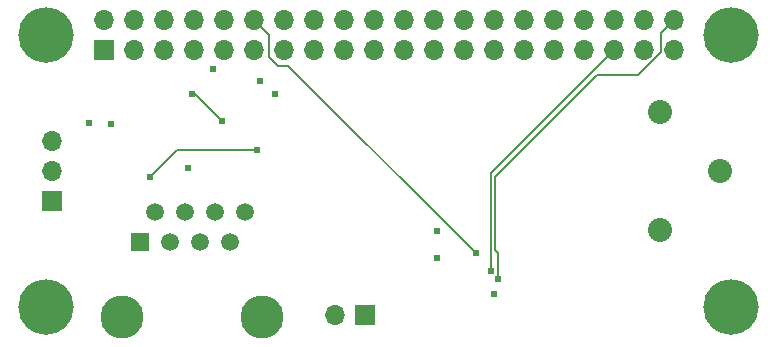
<source format=gbl>
G04 #@! TF.FileFunction,Copper,L4,Bot,Signal*
%FSLAX46Y46*%
G04 Gerber Fmt 4.6, Leading zero omitted, Abs format (unit mm)*
G04 Created by KiCad (PCBNEW 4.0.7) date Fri Mar  9 15:06:21 2018*
%MOMM*%
%LPD*%
G01*
G04 APERTURE LIST*
%ADD10C,0.025400*%
%ADD11C,2.032000*%
%ADD12C,3.650000*%
%ADD13R,1.500000X1.500000*%
%ADD14C,1.500000*%
%ADD15R,1.700000X1.700000*%
%ADD16O,1.700000X1.700000*%
%ADD17C,4.700000*%
%ADD18C,0.609600*%
%ADD19C,0.152400*%
G04 APERTURE END LIST*
D10*
D11*
X180500000Y-70000000D03*
X185500000Y-65000000D03*
X180500000Y-60000000D03*
D12*
X146800000Y-77350000D03*
X134930000Y-77350000D03*
D13*
X136420000Y-71000000D03*
D14*
X137690000Y-68460000D03*
X138960000Y-71000000D03*
X140230000Y-68460000D03*
X141500000Y-71000000D03*
X142770000Y-68460000D03*
X144040000Y-71000000D03*
X145310000Y-68460000D03*
D15*
X129000000Y-67540000D03*
D16*
X129000000Y-65000000D03*
X129000000Y-62460000D03*
D15*
X133370000Y-54770000D03*
D16*
X133370000Y-52230000D03*
X135910000Y-54770000D03*
X135910000Y-52230000D03*
X138450000Y-54770000D03*
X138450000Y-52230000D03*
X140990000Y-54770000D03*
X140990000Y-52230000D03*
X143530000Y-54770000D03*
X143530000Y-52230000D03*
X146070000Y-54770000D03*
X146070000Y-52230000D03*
X148610000Y-54770000D03*
X148610000Y-52230000D03*
X151150000Y-54770000D03*
X151150000Y-52230000D03*
X153690000Y-54770000D03*
X153690000Y-52230000D03*
X156230000Y-54770000D03*
X156230000Y-52230000D03*
X158770000Y-54770000D03*
X158770000Y-52230000D03*
X161310000Y-54770000D03*
X161310000Y-52230000D03*
X163850000Y-54770000D03*
X163850000Y-52230000D03*
X166390000Y-54770000D03*
X166390000Y-52230000D03*
X168930000Y-54770000D03*
X168930000Y-52230000D03*
X171470000Y-54770000D03*
X171470000Y-52230000D03*
X174010000Y-54770000D03*
X174010000Y-52230000D03*
X176550000Y-54770000D03*
X176550000Y-52230000D03*
X179090000Y-54770000D03*
X179090000Y-52230000D03*
X181630000Y-54770000D03*
X181630000Y-52230000D03*
D17*
X128500000Y-53500000D03*
X128500000Y-76500000D03*
X186500000Y-53500000D03*
X186500000Y-76500000D03*
D15*
X155467180Y-77142320D03*
D16*
X152927180Y-77142320D03*
D18*
X134004180Y-61013320D03*
X161563180Y-72316320D03*
X161563180Y-70030320D03*
X147847180Y-58473320D03*
X146577180Y-57330320D03*
X142640180Y-56314320D03*
X132099180Y-60886320D03*
X140481180Y-64696320D03*
X166389180Y-75364320D03*
X146323180Y-63172320D03*
X137306180Y-65458320D03*
X164865180Y-71935320D03*
X166135180Y-73459320D03*
X166770180Y-74094320D03*
X140862180Y-58473320D03*
X143402180Y-60759320D03*
D19*
X137306180Y-65458320D02*
X139592180Y-63172320D01*
X139592180Y-63172320D02*
X146323180Y-63172320D01*
X164865180Y-71935320D02*
X148990180Y-56060320D01*
X148990180Y-56060320D02*
X148101180Y-56060320D01*
X148101180Y-56060320D02*
X147339180Y-55298320D01*
X147339180Y-55298320D02*
X147339180Y-53499180D01*
X147339180Y-53499180D02*
X146070000Y-52230000D01*
X166135180Y-73459320D02*
X166135180Y-65184820D01*
X166135180Y-65184820D02*
X176550000Y-54770000D01*
X166516180Y-65458320D02*
X175152180Y-56822320D01*
X178634010Y-56822320D02*
X175152180Y-56822320D01*
X181630000Y-52230000D02*
X180551399Y-53308601D01*
X180551399Y-53308601D02*
X180551399Y-54904931D01*
X180551399Y-54904931D02*
X178634010Y-56822320D01*
X166770180Y-74094320D02*
X166770180Y-71887810D01*
X166770180Y-71887810D02*
X166516180Y-71633810D01*
X166516180Y-71633810D02*
X166516180Y-65458320D01*
X143402180Y-60759320D02*
X141116180Y-58473320D01*
X141116180Y-58473320D02*
X140862180Y-58473320D01*
M02*

</source>
